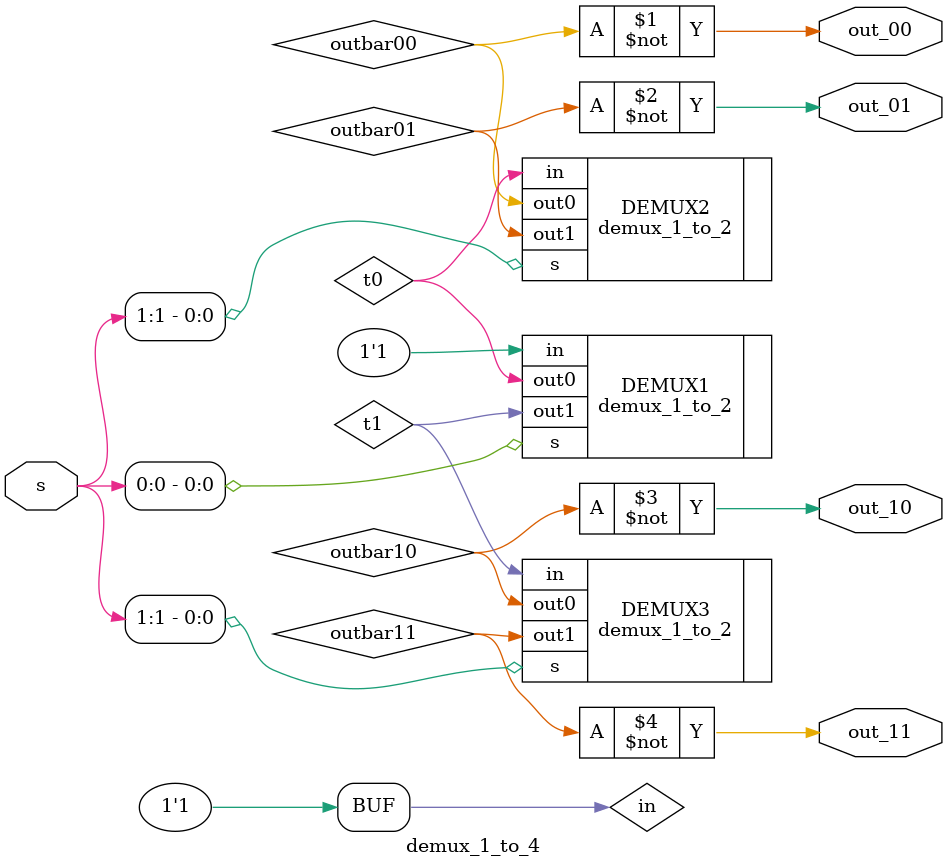
<source format=v>
/* ------------------------------------------------------ *
 * Project     : Vending Machine                          *
 * Module      : demux_1_to_4                             *
 * ------------------------------------------------------ *
 * File        : demux_1_to_4.v                           *
 * Author      : Nallinikanth                             *
 * Last Edit   : 20/04/2021                               *
 * ------------------------------------------------------ *
 * Description : Creates a 1:4 DEMUX 			          *
 * ------------------------------------------------------ */

 // included module : demux_1_to_2  (Creates a 1:2 DEMUX)

module demux_1_to_4 (output out_00,
                     output out_01,
                     output out_10,
                     output out_11,

                     input [0:1]s);

wire outbar00;
wire outbar01;
wire outbar10;
wire outbar11;

wire  t0;
wire  t1;

supply1 in;

demux_1_to_2 DEMUX1 (.out0(t0),       .out1(t1),       .s(s[0]), .in(in));
demux_1_to_2 DEMUX2 (.out0(outbar00), .out1(outbar01), .s(s[1]), .in(t0));
demux_1_to_2 DEMUX3 (.out0(outbar10), .out1(outbar11), .s(s[1]), .in(t1));

not (out_00,outbar00),
    (out_01,outbar01),
    (out_10,outbar10),
    (out_11,outbar11);

endmodule

</source>
